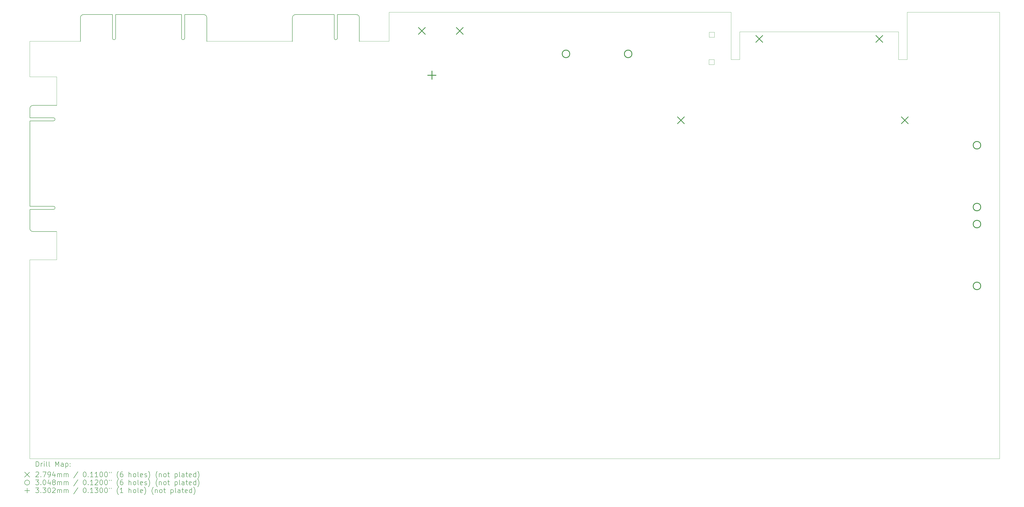
<source format=gbr>
%TF.GenerationSoftware,KiCad,Pcbnew,8.0.3*%
%TF.CreationDate,2024-06-16T18:13:16+02:00*%
%TF.ProjectId,cbm_ultipet_v1,63626d5f-756c-4746-9970-65745f76312e,rev?*%
%TF.SameCoordinates,Original*%
%TF.FileFunction,Drillmap*%
%TF.FilePolarity,Positive*%
%FSLAX45Y45*%
G04 Gerber Fmt 4.5, Leading zero omitted, Abs format (unit mm)*
G04 Created by KiCad (PCBNEW 8.0.3) date 2024-06-16 18:13:16*
%MOMM*%
%LPD*%
G01*
G04 APERTURE LIST*
%ADD10C,0.100000*%
%ADD11C,0.050000*%
%ADD12C,0.127000*%
%ADD13C,0.200000*%
%ADD14C,0.279400*%
%ADD15C,0.304800*%
%ADD16C,0.330200*%
G04 APERTURE END LIST*
D10*
X36861750Y-4191000D02*
X40576500Y-4191000D01*
X29781500Y-4191000D02*
X29781500Y-6096000D01*
X16033750Y-5365750D02*
X16033750Y-4191000D01*
D11*
X2667000Y-13023831D02*
X2667000Y-14160500D01*
D10*
X40576500Y-22167569D02*
X1587500Y-22167569D01*
D11*
X1587500Y-14160500D02*
X1587500Y-22161500D01*
D10*
X16033750Y-4191000D02*
X29781500Y-4191000D01*
X36512500Y-6096000D02*
X36861750Y-6096000D01*
X40576500Y-4191000D02*
X40576500Y-22161500D01*
D11*
X1584748Y-5365750D02*
X1584748Y-6794500D01*
D10*
X8705000Y-5365750D02*
X12148000Y-5365750D01*
D11*
X2667000Y-14160500D02*
X1587500Y-14160500D01*
D10*
X30130750Y-6096000D02*
X30130750Y-4984750D01*
X14839400Y-5365750D02*
X16033750Y-5365750D01*
X36291520Y-4984500D02*
X36512500Y-4984500D01*
D11*
X2667000Y-7950200D02*
X2667000Y-6794500D01*
X2667000Y-6794500D02*
X1585289Y-6794500D01*
D10*
X36512500Y-4984750D02*
X36512500Y-6096000D01*
X30130750Y-4984750D02*
X30353000Y-4984750D01*
X36861750Y-6093200D02*
X36861750Y-4191000D01*
X29781500Y-6096000D02*
X30130750Y-6096000D01*
X1587500Y-5365750D02*
X3624950Y-5365750D01*
D11*
X29103983Y-6100141D02*
X28893983Y-6100141D01*
X28893983Y-6300141D01*
X29103983Y-6300141D01*
X29103983Y-6100141D01*
X29108983Y-5000141D02*
X28898983Y-5000141D01*
X28898983Y-5200141D01*
X29108983Y-5200141D01*
X29108983Y-5000141D01*
D12*
X12147356Y-4415375D02*
X12147356Y-5367875D01*
X13826296Y-4288375D02*
X12274356Y-4288375D01*
X13826296Y-4288375D02*
X13826296Y-5240875D01*
X13953296Y-4288375D02*
X13953296Y-5240875D01*
X14712756Y-4288375D02*
X13953296Y-4288375D01*
X14839756Y-5367875D02*
X14839756Y-4415375D01*
X12147356Y-4415375D02*
G75*
G02*
X12274356Y-4288375I127000J0D01*
G01*
X13889796Y-5304375D02*
G75*
G02*
X13826296Y-5240875I0J63500D01*
G01*
X13953296Y-5240875D02*
G75*
G02*
X13889796Y-5304375I-63500J0D01*
G01*
X14712756Y-4288375D02*
G75*
G02*
X14839756Y-4415375I0J-127000D01*
G01*
D11*
X36291520Y-4982210D02*
X30353000Y-4982210D01*
D12*
X1590588Y-8074421D02*
X1590588Y-8442722D01*
X1590588Y-8442722D02*
X2543088Y-8442722D01*
X1590588Y-8569722D02*
X1590588Y-12008881D01*
X1590588Y-8569722D02*
X2543088Y-8569722D01*
X1590588Y-12008881D02*
X2543088Y-12008881D01*
X1590588Y-12135881D02*
X1590588Y-12900421D01*
X1590588Y-12135881D02*
X2543088Y-12135881D01*
X1717588Y-13027421D02*
X2670088Y-13027421D01*
X2670088Y-7947421D02*
X1717588Y-7947421D01*
X1590588Y-8074421D02*
G75*
G02*
X1717588Y-7947421I127000J0D01*
G01*
X1717588Y-13027421D02*
G75*
G02*
X1590588Y-12900421I0J127000D01*
G01*
X2543088Y-8442722D02*
G75*
G02*
X2606588Y-8506222I0J-63500D01*
G01*
X2543088Y-12008881D02*
G75*
G02*
X2606588Y-12072381I0J-63500D01*
G01*
X2606588Y-8506222D02*
G75*
G02*
X2543088Y-8569722I-63500J0D01*
G01*
X2606588Y-12072381D02*
G75*
G02*
X2543088Y-12135881I-63500J0D01*
G01*
X3624975Y-4415175D02*
X3624975Y-5367675D01*
X4912755Y-4288175D02*
X3751975Y-4288175D01*
X4912755Y-4288175D02*
X4912755Y-5240675D01*
X5039755Y-4288175D02*
X5039755Y-5240675D01*
X7686435Y-4288175D02*
X5039755Y-4288175D01*
X7686435Y-4288175D02*
X7686435Y-5240675D01*
X7813435Y-4288175D02*
X7813435Y-5240675D01*
X8577975Y-4288175D02*
X7813435Y-4288175D01*
X8704975Y-5367675D02*
X8704975Y-4415175D01*
X3624975Y-4415175D02*
G75*
G02*
X3751975Y-4288175I127000J0D01*
G01*
X4976255Y-5304175D02*
G75*
G02*
X4912755Y-5240675I0J63500D01*
G01*
X5039755Y-5240675D02*
G75*
G02*
X4976255Y-5304175I-63500J0D01*
G01*
X7749935Y-5304175D02*
G75*
G02*
X7686435Y-5240675I0J63500D01*
G01*
X7813435Y-5240675D02*
G75*
G02*
X7749935Y-5304175I-63500J0D01*
G01*
X8577975Y-4288175D02*
G75*
G02*
X8704975Y-4415175I0J-127000D01*
G01*
D13*
D14*
X17205531Y-4800282D02*
X17484931Y-5079682D01*
X17484931Y-4800282D02*
X17205531Y-5079682D01*
X18729531Y-4800282D02*
X19008931Y-5079682D01*
X19008931Y-4800282D02*
X18729531Y-5079682D01*
X27617420Y-8399780D02*
X27896820Y-8679180D01*
X27896820Y-8399780D02*
X27617420Y-8679180D01*
X30768920Y-5121910D02*
X31048320Y-5401310D01*
X31048320Y-5121910D02*
X30768920Y-5401310D01*
X35596200Y-5121910D02*
X35875600Y-5401310D01*
X35875600Y-5121910D02*
X35596200Y-5401310D01*
X36619180Y-8399780D02*
X36898580Y-8679180D01*
X36898580Y-8399780D02*
X36619180Y-8679180D01*
D15*
X23297238Y-5872319D02*
G75*
G02*
X22992438Y-5872319I-152400J0D01*
G01*
X22992438Y-5872319D02*
G75*
G02*
X23297238Y-5872319I152400J0D01*
G01*
X25796598Y-5872319D02*
G75*
G02*
X25491798Y-5872319I-152400J0D01*
G01*
X25491798Y-5872319D02*
G75*
G02*
X25796598Y-5872319I152400J0D01*
G01*
X39818390Y-9550400D02*
G75*
G02*
X39513590Y-9550400I-152400J0D01*
G01*
X39513590Y-9550400D02*
G75*
G02*
X39818390Y-9550400I152400J0D01*
G01*
X39818390Y-12039600D02*
G75*
G02*
X39513590Y-12039600I-152400J0D01*
G01*
X39513590Y-12039600D02*
G75*
G02*
X39818390Y-12039600I152400J0D01*
G01*
X39818390Y-12725400D02*
G75*
G02*
X39513590Y-12725400I-152400J0D01*
G01*
X39513590Y-12725400D02*
G75*
G02*
X39818390Y-12725400I152400J0D01*
G01*
X39818390Y-15214600D02*
G75*
G02*
X39513590Y-15214600I-152400J0D01*
G01*
X39513590Y-15214600D02*
G75*
G02*
X39818390Y-15214600I152400J0D01*
G01*
D16*
X17754600Y-6565900D02*
X17754600Y-6896100D01*
X17589500Y-6731000D02*
X17919700Y-6731000D01*
D13*
X1843025Y-22484053D02*
X1843025Y-22284053D01*
X1843025Y-22284053D02*
X1890644Y-22284053D01*
X1890644Y-22284053D02*
X1919215Y-22293577D01*
X1919215Y-22293577D02*
X1938263Y-22312624D01*
X1938263Y-22312624D02*
X1947787Y-22331672D01*
X1947787Y-22331672D02*
X1957311Y-22369767D01*
X1957311Y-22369767D02*
X1957311Y-22398338D01*
X1957311Y-22398338D02*
X1947787Y-22436434D01*
X1947787Y-22436434D02*
X1938263Y-22455481D01*
X1938263Y-22455481D02*
X1919215Y-22474529D01*
X1919215Y-22474529D02*
X1890644Y-22484053D01*
X1890644Y-22484053D02*
X1843025Y-22484053D01*
X2043025Y-22484053D02*
X2043025Y-22350719D01*
X2043025Y-22388815D02*
X2052549Y-22369767D01*
X2052549Y-22369767D02*
X2062073Y-22360243D01*
X2062073Y-22360243D02*
X2081120Y-22350719D01*
X2081120Y-22350719D02*
X2100168Y-22350719D01*
X2166835Y-22484053D02*
X2166835Y-22350719D01*
X2166835Y-22284053D02*
X2157311Y-22293577D01*
X2157311Y-22293577D02*
X2166835Y-22303100D01*
X2166835Y-22303100D02*
X2176358Y-22293577D01*
X2176358Y-22293577D02*
X2166835Y-22284053D01*
X2166835Y-22284053D02*
X2166835Y-22303100D01*
X2290644Y-22484053D02*
X2271596Y-22474529D01*
X2271596Y-22474529D02*
X2262073Y-22455481D01*
X2262073Y-22455481D02*
X2262073Y-22284053D01*
X2395406Y-22484053D02*
X2376358Y-22474529D01*
X2376358Y-22474529D02*
X2366835Y-22455481D01*
X2366835Y-22455481D02*
X2366835Y-22284053D01*
X2623977Y-22484053D02*
X2623977Y-22284053D01*
X2623977Y-22284053D02*
X2690644Y-22426910D01*
X2690644Y-22426910D02*
X2757311Y-22284053D01*
X2757311Y-22284053D02*
X2757311Y-22484053D01*
X2938263Y-22484053D02*
X2938263Y-22379291D01*
X2938263Y-22379291D02*
X2928739Y-22360243D01*
X2928739Y-22360243D02*
X2909692Y-22350719D01*
X2909692Y-22350719D02*
X2871596Y-22350719D01*
X2871596Y-22350719D02*
X2852549Y-22360243D01*
X2938263Y-22474529D02*
X2919215Y-22484053D01*
X2919215Y-22484053D02*
X2871596Y-22484053D01*
X2871596Y-22484053D02*
X2852549Y-22474529D01*
X2852549Y-22474529D02*
X2843025Y-22455481D01*
X2843025Y-22455481D02*
X2843025Y-22436434D01*
X2843025Y-22436434D02*
X2852549Y-22417386D01*
X2852549Y-22417386D02*
X2871596Y-22407862D01*
X2871596Y-22407862D02*
X2919215Y-22407862D01*
X2919215Y-22407862D02*
X2938263Y-22398338D01*
X3033501Y-22350719D02*
X3033501Y-22550719D01*
X3033501Y-22360243D02*
X3052549Y-22350719D01*
X3052549Y-22350719D02*
X3090644Y-22350719D01*
X3090644Y-22350719D02*
X3109692Y-22360243D01*
X3109692Y-22360243D02*
X3119215Y-22369767D01*
X3119215Y-22369767D02*
X3128739Y-22388815D01*
X3128739Y-22388815D02*
X3128739Y-22445957D01*
X3128739Y-22445957D02*
X3119215Y-22465005D01*
X3119215Y-22465005D02*
X3109692Y-22474529D01*
X3109692Y-22474529D02*
X3090644Y-22484053D01*
X3090644Y-22484053D02*
X3052549Y-22484053D01*
X3052549Y-22484053D02*
X3033501Y-22474529D01*
X3214454Y-22465005D02*
X3223977Y-22474529D01*
X3223977Y-22474529D02*
X3214454Y-22484053D01*
X3214454Y-22484053D02*
X3204930Y-22474529D01*
X3204930Y-22474529D02*
X3214454Y-22465005D01*
X3214454Y-22465005D02*
X3214454Y-22484053D01*
X3214454Y-22360243D02*
X3223977Y-22369767D01*
X3223977Y-22369767D02*
X3214454Y-22379291D01*
X3214454Y-22379291D02*
X3204930Y-22369767D01*
X3204930Y-22369767D02*
X3214454Y-22360243D01*
X3214454Y-22360243D02*
X3214454Y-22379291D01*
X1382248Y-22712569D02*
X1582248Y-22912569D01*
X1582248Y-22712569D02*
X1382248Y-22912569D01*
X1833501Y-22723100D02*
X1843025Y-22713576D01*
X1843025Y-22713576D02*
X1862073Y-22704053D01*
X1862073Y-22704053D02*
X1909692Y-22704053D01*
X1909692Y-22704053D02*
X1928739Y-22713576D01*
X1928739Y-22713576D02*
X1938263Y-22723100D01*
X1938263Y-22723100D02*
X1947787Y-22742148D01*
X1947787Y-22742148D02*
X1947787Y-22761195D01*
X1947787Y-22761195D02*
X1938263Y-22789767D01*
X1938263Y-22789767D02*
X1823977Y-22904053D01*
X1823977Y-22904053D02*
X1947787Y-22904053D01*
X2033501Y-22885005D02*
X2043025Y-22894529D01*
X2043025Y-22894529D02*
X2033501Y-22904053D01*
X2033501Y-22904053D02*
X2023977Y-22894529D01*
X2023977Y-22894529D02*
X2033501Y-22885005D01*
X2033501Y-22885005D02*
X2033501Y-22904053D01*
X2109692Y-22704053D02*
X2243025Y-22704053D01*
X2243025Y-22704053D02*
X2157311Y-22904053D01*
X2328739Y-22904053D02*
X2366835Y-22904053D01*
X2366835Y-22904053D02*
X2385882Y-22894529D01*
X2385882Y-22894529D02*
X2395406Y-22885005D01*
X2395406Y-22885005D02*
X2414454Y-22856434D01*
X2414454Y-22856434D02*
X2423977Y-22818338D01*
X2423977Y-22818338D02*
X2423977Y-22742148D01*
X2423977Y-22742148D02*
X2414454Y-22723100D01*
X2414454Y-22723100D02*
X2404930Y-22713576D01*
X2404930Y-22713576D02*
X2385882Y-22704053D01*
X2385882Y-22704053D02*
X2347787Y-22704053D01*
X2347787Y-22704053D02*
X2328739Y-22713576D01*
X2328739Y-22713576D02*
X2319216Y-22723100D01*
X2319216Y-22723100D02*
X2309692Y-22742148D01*
X2309692Y-22742148D02*
X2309692Y-22789767D01*
X2309692Y-22789767D02*
X2319216Y-22808815D01*
X2319216Y-22808815D02*
X2328739Y-22818338D01*
X2328739Y-22818338D02*
X2347787Y-22827862D01*
X2347787Y-22827862D02*
X2385882Y-22827862D01*
X2385882Y-22827862D02*
X2404930Y-22818338D01*
X2404930Y-22818338D02*
X2414454Y-22808815D01*
X2414454Y-22808815D02*
X2423977Y-22789767D01*
X2595406Y-22770719D02*
X2595406Y-22904053D01*
X2547787Y-22694529D02*
X2500168Y-22837386D01*
X2500168Y-22837386D02*
X2623977Y-22837386D01*
X2700168Y-22904053D02*
X2700168Y-22770719D01*
X2700168Y-22789767D02*
X2709692Y-22780243D01*
X2709692Y-22780243D02*
X2728739Y-22770719D01*
X2728739Y-22770719D02*
X2757311Y-22770719D01*
X2757311Y-22770719D02*
X2776358Y-22780243D01*
X2776358Y-22780243D02*
X2785882Y-22799291D01*
X2785882Y-22799291D02*
X2785882Y-22904053D01*
X2785882Y-22799291D02*
X2795406Y-22780243D01*
X2795406Y-22780243D02*
X2814454Y-22770719D01*
X2814454Y-22770719D02*
X2843025Y-22770719D01*
X2843025Y-22770719D02*
X2862073Y-22780243D01*
X2862073Y-22780243D02*
X2871596Y-22799291D01*
X2871596Y-22799291D02*
X2871596Y-22904053D01*
X2966835Y-22904053D02*
X2966835Y-22770719D01*
X2966835Y-22789767D02*
X2976358Y-22780243D01*
X2976358Y-22780243D02*
X2995406Y-22770719D01*
X2995406Y-22770719D02*
X3023977Y-22770719D01*
X3023977Y-22770719D02*
X3043025Y-22780243D01*
X3043025Y-22780243D02*
X3052549Y-22799291D01*
X3052549Y-22799291D02*
X3052549Y-22904053D01*
X3052549Y-22799291D02*
X3062073Y-22780243D01*
X3062073Y-22780243D02*
X3081120Y-22770719D01*
X3081120Y-22770719D02*
X3109692Y-22770719D01*
X3109692Y-22770719D02*
X3128739Y-22780243D01*
X3128739Y-22780243D02*
X3138263Y-22799291D01*
X3138263Y-22799291D02*
X3138263Y-22904053D01*
X3528739Y-22694529D02*
X3357311Y-22951672D01*
X3785882Y-22704053D02*
X3804930Y-22704053D01*
X3804930Y-22704053D02*
X3823978Y-22713576D01*
X3823978Y-22713576D02*
X3833501Y-22723100D01*
X3833501Y-22723100D02*
X3843025Y-22742148D01*
X3843025Y-22742148D02*
X3852549Y-22780243D01*
X3852549Y-22780243D02*
X3852549Y-22827862D01*
X3852549Y-22827862D02*
X3843025Y-22865957D01*
X3843025Y-22865957D02*
X3833501Y-22885005D01*
X3833501Y-22885005D02*
X3823978Y-22894529D01*
X3823978Y-22894529D02*
X3804930Y-22904053D01*
X3804930Y-22904053D02*
X3785882Y-22904053D01*
X3785882Y-22904053D02*
X3766835Y-22894529D01*
X3766835Y-22894529D02*
X3757311Y-22885005D01*
X3757311Y-22885005D02*
X3747787Y-22865957D01*
X3747787Y-22865957D02*
X3738263Y-22827862D01*
X3738263Y-22827862D02*
X3738263Y-22780243D01*
X3738263Y-22780243D02*
X3747787Y-22742148D01*
X3747787Y-22742148D02*
X3757311Y-22723100D01*
X3757311Y-22723100D02*
X3766835Y-22713576D01*
X3766835Y-22713576D02*
X3785882Y-22704053D01*
X3938263Y-22885005D02*
X3947787Y-22894529D01*
X3947787Y-22894529D02*
X3938263Y-22904053D01*
X3938263Y-22904053D02*
X3928739Y-22894529D01*
X3928739Y-22894529D02*
X3938263Y-22885005D01*
X3938263Y-22885005D02*
X3938263Y-22904053D01*
X4138263Y-22904053D02*
X4023978Y-22904053D01*
X4081120Y-22904053D02*
X4081120Y-22704053D01*
X4081120Y-22704053D02*
X4062073Y-22732624D01*
X4062073Y-22732624D02*
X4043025Y-22751672D01*
X4043025Y-22751672D02*
X4023978Y-22761195D01*
X4328740Y-22904053D02*
X4214454Y-22904053D01*
X4271597Y-22904053D02*
X4271597Y-22704053D01*
X4271597Y-22704053D02*
X4252549Y-22732624D01*
X4252549Y-22732624D02*
X4233501Y-22751672D01*
X4233501Y-22751672D02*
X4214454Y-22761195D01*
X4452549Y-22704053D02*
X4471597Y-22704053D01*
X4471597Y-22704053D02*
X4490644Y-22713576D01*
X4490644Y-22713576D02*
X4500168Y-22723100D01*
X4500168Y-22723100D02*
X4509692Y-22742148D01*
X4509692Y-22742148D02*
X4519216Y-22780243D01*
X4519216Y-22780243D02*
X4519216Y-22827862D01*
X4519216Y-22827862D02*
X4509692Y-22865957D01*
X4509692Y-22865957D02*
X4500168Y-22885005D01*
X4500168Y-22885005D02*
X4490644Y-22894529D01*
X4490644Y-22894529D02*
X4471597Y-22904053D01*
X4471597Y-22904053D02*
X4452549Y-22904053D01*
X4452549Y-22904053D02*
X4433501Y-22894529D01*
X4433501Y-22894529D02*
X4423978Y-22885005D01*
X4423978Y-22885005D02*
X4414454Y-22865957D01*
X4414454Y-22865957D02*
X4404930Y-22827862D01*
X4404930Y-22827862D02*
X4404930Y-22780243D01*
X4404930Y-22780243D02*
X4414454Y-22742148D01*
X4414454Y-22742148D02*
X4423978Y-22723100D01*
X4423978Y-22723100D02*
X4433501Y-22713576D01*
X4433501Y-22713576D02*
X4452549Y-22704053D01*
X4643025Y-22704053D02*
X4662073Y-22704053D01*
X4662073Y-22704053D02*
X4681121Y-22713576D01*
X4681121Y-22713576D02*
X4690644Y-22723100D01*
X4690644Y-22723100D02*
X4700168Y-22742148D01*
X4700168Y-22742148D02*
X4709692Y-22780243D01*
X4709692Y-22780243D02*
X4709692Y-22827862D01*
X4709692Y-22827862D02*
X4700168Y-22865957D01*
X4700168Y-22865957D02*
X4690644Y-22885005D01*
X4690644Y-22885005D02*
X4681121Y-22894529D01*
X4681121Y-22894529D02*
X4662073Y-22904053D01*
X4662073Y-22904053D02*
X4643025Y-22904053D01*
X4643025Y-22904053D02*
X4623978Y-22894529D01*
X4623978Y-22894529D02*
X4614454Y-22885005D01*
X4614454Y-22885005D02*
X4604930Y-22865957D01*
X4604930Y-22865957D02*
X4595406Y-22827862D01*
X4595406Y-22827862D02*
X4595406Y-22780243D01*
X4595406Y-22780243D02*
X4604930Y-22742148D01*
X4604930Y-22742148D02*
X4614454Y-22723100D01*
X4614454Y-22723100D02*
X4623978Y-22713576D01*
X4623978Y-22713576D02*
X4643025Y-22704053D01*
X4785882Y-22704053D02*
X4785882Y-22742148D01*
X4862073Y-22704053D02*
X4862073Y-22742148D01*
X5157311Y-22980243D02*
X5147787Y-22970719D01*
X5147787Y-22970719D02*
X5128740Y-22942148D01*
X5128740Y-22942148D02*
X5119216Y-22923100D01*
X5119216Y-22923100D02*
X5109692Y-22894529D01*
X5109692Y-22894529D02*
X5100168Y-22846910D01*
X5100168Y-22846910D02*
X5100168Y-22808815D01*
X5100168Y-22808815D02*
X5109692Y-22761195D01*
X5109692Y-22761195D02*
X5119216Y-22732624D01*
X5119216Y-22732624D02*
X5128740Y-22713576D01*
X5128740Y-22713576D02*
X5147787Y-22685005D01*
X5147787Y-22685005D02*
X5157311Y-22675481D01*
X5319216Y-22704053D02*
X5281121Y-22704053D01*
X5281121Y-22704053D02*
X5262073Y-22713576D01*
X5262073Y-22713576D02*
X5252549Y-22723100D01*
X5252549Y-22723100D02*
X5233502Y-22751672D01*
X5233502Y-22751672D02*
X5223978Y-22789767D01*
X5223978Y-22789767D02*
X5223978Y-22865957D01*
X5223978Y-22865957D02*
X5233502Y-22885005D01*
X5233502Y-22885005D02*
X5243025Y-22894529D01*
X5243025Y-22894529D02*
X5262073Y-22904053D01*
X5262073Y-22904053D02*
X5300168Y-22904053D01*
X5300168Y-22904053D02*
X5319216Y-22894529D01*
X5319216Y-22894529D02*
X5328740Y-22885005D01*
X5328740Y-22885005D02*
X5338263Y-22865957D01*
X5338263Y-22865957D02*
X5338263Y-22818338D01*
X5338263Y-22818338D02*
X5328740Y-22799291D01*
X5328740Y-22799291D02*
X5319216Y-22789767D01*
X5319216Y-22789767D02*
X5300168Y-22780243D01*
X5300168Y-22780243D02*
X5262073Y-22780243D01*
X5262073Y-22780243D02*
X5243025Y-22789767D01*
X5243025Y-22789767D02*
X5233502Y-22799291D01*
X5233502Y-22799291D02*
X5223978Y-22818338D01*
X5576359Y-22904053D02*
X5576359Y-22704053D01*
X5662073Y-22904053D02*
X5662073Y-22799291D01*
X5662073Y-22799291D02*
X5652549Y-22780243D01*
X5652549Y-22780243D02*
X5633502Y-22770719D01*
X5633502Y-22770719D02*
X5604930Y-22770719D01*
X5604930Y-22770719D02*
X5585883Y-22780243D01*
X5585883Y-22780243D02*
X5576359Y-22789767D01*
X5785882Y-22904053D02*
X5766835Y-22894529D01*
X5766835Y-22894529D02*
X5757311Y-22885005D01*
X5757311Y-22885005D02*
X5747787Y-22865957D01*
X5747787Y-22865957D02*
X5747787Y-22808815D01*
X5747787Y-22808815D02*
X5757311Y-22789767D01*
X5757311Y-22789767D02*
X5766835Y-22780243D01*
X5766835Y-22780243D02*
X5785882Y-22770719D01*
X5785882Y-22770719D02*
X5814454Y-22770719D01*
X5814454Y-22770719D02*
X5833502Y-22780243D01*
X5833502Y-22780243D02*
X5843025Y-22789767D01*
X5843025Y-22789767D02*
X5852549Y-22808815D01*
X5852549Y-22808815D02*
X5852549Y-22865957D01*
X5852549Y-22865957D02*
X5843025Y-22885005D01*
X5843025Y-22885005D02*
X5833502Y-22894529D01*
X5833502Y-22894529D02*
X5814454Y-22904053D01*
X5814454Y-22904053D02*
X5785882Y-22904053D01*
X5966835Y-22904053D02*
X5947787Y-22894529D01*
X5947787Y-22894529D02*
X5938263Y-22875481D01*
X5938263Y-22875481D02*
X5938263Y-22704053D01*
X6119216Y-22894529D02*
X6100168Y-22904053D01*
X6100168Y-22904053D02*
X6062073Y-22904053D01*
X6062073Y-22904053D02*
X6043025Y-22894529D01*
X6043025Y-22894529D02*
X6033502Y-22875481D01*
X6033502Y-22875481D02*
X6033502Y-22799291D01*
X6033502Y-22799291D02*
X6043025Y-22780243D01*
X6043025Y-22780243D02*
X6062073Y-22770719D01*
X6062073Y-22770719D02*
X6100168Y-22770719D01*
X6100168Y-22770719D02*
X6119216Y-22780243D01*
X6119216Y-22780243D02*
X6128740Y-22799291D01*
X6128740Y-22799291D02*
X6128740Y-22818338D01*
X6128740Y-22818338D02*
X6033502Y-22837386D01*
X6204930Y-22894529D02*
X6223978Y-22904053D01*
X6223978Y-22904053D02*
X6262073Y-22904053D01*
X6262073Y-22904053D02*
X6281121Y-22894529D01*
X6281121Y-22894529D02*
X6290644Y-22875481D01*
X6290644Y-22875481D02*
X6290644Y-22865957D01*
X6290644Y-22865957D02*
X6281121Y-22846910D01*
X6281121Y-22846910D02*
X6262073Y-22837386D01*
X6262073Y-22837386D02*
X6233502Y-22837386D01*
X6233502Y-22837386D02*
X6214454Y-22827862D01*
X6214454Y-22827862D02*
X6204930Y-22808815D01*
X6204930Y-22808815D02*
X6204930Y-22799291D01*
X6204930Y-22799291D02*
X6214454Y-22780243D01*
X6214454Y-22780243D02*
X6233502Y-22770719D01*
X6233502Y-22770719D02*
X6262073Y-22770719D01*
X6262073Y-22770719D02*
X6281121Y-22780243D01*
X6357311Y-22980243D02*
X6366835Y-22970719D01*
X6366835Y-22970719D02*
X6385883Y-22942148D01*
X6385883Y-22942148D02*
X6395406Y-22923100D01*
X6395406Y-22923100D02*
X6404930Y-22894529D01*
X6404930Y-22894529D02*
X6414454Y-22846910D01*
X6414454Y-22846910D02*
X6414454Y-22808815D01*
X6414454Y-22808815D02*
X6404930Y-22761195D01*
X6404930Y-22761195D02*
X6395406Y-22732624D01*
X6395406Y-22732624D02*
X6385883Y-22713576D01*
X6385883Y-22713576D02*
X6366835Y-22685005D01*
X6366835Y-22685005D02*
X6357311Y-22675481D01*
X6719216Y-22980243D02*
X6709692Y-22970719D01*
X6709692Y-22970719D02*
X6690644Y-22942148D01*
X6690644Y-22942148D02*
X6681121Y-22923100D01*
X6681121Y-22923100D02*
X6671597Y-22894529D01*
X6671597Y-22894529D02*
X6662073Y-22846910D01*
X6662073Y-22846910D02*
X6662073Y-22808815D01*
X6662073Y-22808815D02*
X6671597Y-22761195D01*
X6671597Y-22761195D02*
X6681121Y-22732624D01*
X6681121Y-22732624D02*
X6690644Y-22713576D01*
X6690644Y-22713576D02*
X6709692Y-22685005D01*
X6709692Y-22685005D02*
X6719216Y-22675481D01*
X6795406Y-22770719D02*
X6795406Y-22904053D01*
X6795406Y-22789767D02*
X6804930Y-22780243D01*
X6804930Y-22780243D02*
X6823978Y-22770719D01*
X6823978Y-22770719D02*
X6852549Y-22770719D01*
X6852549Y-22770719D02*
X6871597Y-22780243D01*
X6871597Y-22780243D02*
X6881121Y-22799291D01*
X6881121Y-22799291D02*
X6881121Y-22904053D01*
X7004930Y-22904053D02*
X6985883Y-22894529D01*
X6985883Y-22894529D02*
X6976359Y-22885005D01*
X6976359Y-22885005D02*
X6966835Y-22865957D01*
X6966835Y-22865957D02*
X6966835Y-22808815D01*
X6966835Y-22808815D02*
X6976359Y-22789767D01*
X6976359Y-22789767D02*
X6985883Y-22780243D01*
X6985883Y-22780243D02*
X7004930Y-22770719D01*
X7004930Y-22770719D02*
X7033502Y-22770719D01*
X7033502Y-22770719D02*
X7052549Y-22780243D01*
X7052549Y-22780243D02*
X7062073Y-22789767D01*
X7062073Y-22789767D02*
X7071597Y-22808815D01*
X7071597Y-22808815D02*
X7071597Y-22865957D01*
X7071597Y-22865957D02*
X7062073Y-22885005D01*
X7062073Y-22885005D02*
X7052549Y-22894529D01*
X7052549Y-22894529D02*
X7033502Y-22904053D01*
X7033502Y-22904053D02*
X7004930Y-22904053D01*
X7128740Y-22770719D02*
X7204930Y-22770719D01*
X7157311Y-22704053D02*
X7157311Y-22875481D01*
X7157311Y-22875481D02*
X7166835Y-22894529D01*
X7166835Y-22894529D02*
X7185883Y-22904053D01*
X7185883Y-22904053D02*
X7204930Y-22904053D01*
X7423978Y-22770719D02*
X7423978Y-22970719D01*
X7423978Y-22780243D02*
X7443025Y-22770719D01*
X7443025Y-22770719D02*
X7481121Y-22770719D01*
X7481121Y-22770719D02*
X7500168Y-22780243D01*
X7500168Y-22780243D02*
X7509692Y-22789767D01*
X7509692Y-22789767D02*
X7519216Y-22808815D01*
X7519216Y-22808815D02*
X7519216Y-22865957D01*
X7519216Y-22865957D02*
X7509692Y-22885005D01*
X7509692Y-22885005D02*
X7500168Y-22894529D01*
X7500168Y-22894529D02*
X7481121Y-22904053D01*
X7481121Y-22904053D02*
X7443025Y-22904053D01*
X7443025Y-22904053D02*
X7423978Y-22894529D01*
X7633502Y-22904053D02*
X7614454Y-22894529D01*
X7614454Y-22894529D02*
X7604930Y-22875481D01*
X7604930Y-22875481D02*
X7604930Y-22704053D01*
X7795406Y-22904053D02*
X7795406Y-22799291D01*
X7795406Y-22799291D02*
X7785883Y-22780243D01*
X7785883Y-22780243D02*
X7766835Y-22770719D01*
X7766835Y-22770719D02*
X7728740Y-22770719D01*
X7728740Y-22770719D02*
X7709692Y-22780243D01*
X7795406Y-22894529D02*
X7776359Y-22904053D01*
X7776359Y-22904053D02*
X7728740Y-22904053D01*
X7728740Y-22904053D02*
X7709692Y-22894529D01*
X7709692Y-22894529D02*
X7700168Y-22875481D01*
X7700168Y-22875481D02*
X7700168Y-22856434D01*
X7700168Y-22856434D02*
X7709692Y-22837386D01*
X7709692Y-22837386D02*
X7728740Y-22827862D01*
X7728740Y-22827862D02*
X7776359Y-22827862D01*
X7776359Y-22827862D02*
X7795406Y-22818338D01*
X7862073Y-22770719D02*
X7938264Y-22770719D01*
X7890645Y-22704053D02*
X7890645Y-22875481D01*
X7890645Y-22875481D02*
X7900168Y-22894529D01*
X7900168Y-22894529D02*
X7919216Y-22904053D01*
X7919216Y-22904053D02*
X7938264Y-22904053D01*
X8081121Y-22894529D02*
X8062073Y-22904053D01*
X8062073Y-22904053D02*
X8023978Y-22904053D01*
X8023978Y-22904053D02*
X8004930Y-22894529D01*
X8004930Y-22894529D02*
X7995406Y-22875481D01*
X7995406Y-22875481D02*
X7995406Y-22799291D01*
X7995406Y-22799291D02*
X8004930Y-22780243D01*
X8004930Y-22780243D02*
X8023978Y-22770719D01*
X8023978Y-22770719D02*
X8062073Y-22770719D01*
X8062073Y-22770719D02*
X8081121Y-22780243D01*
X8081121Y-22780243D02*
X8090645Y-22799291D01*
X8090645Y-22799291D02*
X8090645Y-22818338D01*
X8090645Y-22818338D02*
X7995406Y-22837386D01*
X8262073Y-22904053D02*
X8262073Y-22704053D01*
X8262073Y-22894529D02*
X8243026Y-22904053D01*
X8243026Y-22904053D02*
X8204930Y-22904053D01*
X8204930Y-22904053D02*
X8185883Y-22894529D01*
X8185883Y-22894529D02*
X8176359Y-22885005D01*
X8176359Y-22885005D02*
X8166835Y-22865957D01*
X8166835Y-22865957D02*
X8166835Y-22808815D01*
X8166835Y-22808815D02*
X8176359Y-22789767D01*
X8176359Y-22789767D02*
X8185883Y-22780243D01*
X8185883Y-22780243D02*
X8204930Y-22770719D01*
X8204930Y-22770719D02*
X8243026Y-22770719D01*
X8243026Y-22770719D02*
X8262073Y-22780243D01*
X8338264Y-22980243D02*
X8347787Y-22970719D01*
X8347787Y-22970719D02*
X8366835Y-22942148D01*
X8366835Y-22942148D02*
X8376359Y-22923100D01*
X8376359Y-22923100D02*
X8385883Y-22894529D01*
X8385883Y-22894529D02*
X8395407Y-22846910D01*
X8395407Y-22846910D02*
X8395407Y-22808815D01*
X8395407Y-22808815D02*
X8385883Y-22761195D01*
X8385883Y-22761195D02*
X8376359Y-22732624D01*
X8376359Y-22732624D02*
X8366835Y-22713576D01*
X8366835Y-22713576D02*
X8347787Y-22685005D01*
X8347787Y-22685005D02*
X8338264Y-22675481D01*
X1582248Y-23132569D02*
G75*
G02*
X1382248Y-23132569I-100000J0D01*
G01*
X1382248Y-23132569D02*
G75*
G02*
X1582248Y-23132569I100000J0D01*
G01*
X1823977Y-23024053D02*
X1947787Y-23024053D01*
X1947787Y-23024053D02*
X1881120Y-23100243D01*
X1881120Y-23100243D02*
X1909692Y-23100243D01*
X1909692Y-23100243D02*
X1928739Y-23109767D01*
X1928739Y-23109767D02*
X1938263Y-23119291D01*
X1938263Y-23119291D02*
X1947787Y-23138338D01*
X1947787Y-23138338D02*
X1947787Y-23185957D01*
X1947787Y-23185957D02*
X1938263Y-23205005D01*
X1938263Y-23205005D02*
X1928739Y-23214529D01*
X1928739Y-23214529D02*
X1909692Y-23224053D01*
X1909692Y-23224053D02*
X1852549Y-23224053D01*
X1852549Y-23224053D02*
X1833501Y-23214529D01*
X1833501Y-23214529D02*
X1823977Y-23205005D01*
X2033501Y-23205005D02*
X2043025Y-23214529D01*
X2043025Y-23214529D02*
X2033501Y-23224053D01*
X2033501Y-23224053D02*
X2023977Y-23214529D01*
X2023977Y-23214529D02*
X2033501Y-23205005D01*
X2033501Y-23205005D02*
X2033501Y-23224053D01*
X2166835Y-23024053D02*
X2185882Y-23024053D01*
X2185882Y-23024053D02*
X2204930Y-23033576D01*
X2204930Y-23033576D02*
X2214454Y-23043100D01*
X2214454Y-23043100D02*
X2223977Y-23062148D01*
X2223977Y-23062148D02*
X2233501Y-23100243D01*
X2233501Y-23100243D02*
X2233501Y-23147862D01*
X2233501Y-23147862D02*
X2223977Y-23185957D01*
X2223977Y-23185957D02*
X2214454Y-23205005D01*
X2214454Y-23205005D02*
X2204930Y-23214529D01*
X2204930Y-23214529D02*
X2185882Y-23224053D01*
X2185882Y-23224053D02*
X2166835Y-23224053D01*
X2166835Y-23224053D02*
X2147787Y-23214529D01*
X2147787Y-23214529D02*
X2138263Y-23205005D01*
X2138263Y-23205005D02*
X2128739Y-23185957D01*
X2128739Y-23185957D02*
X2119216Y-23147862D01*
X2119216Y-23147862D02*
X2119216Y-23100243D01*
X2119216Y-23100243D02*
X2128739Y-23062148D01*
X2128739Y-23062148D02*
X2138263Y-23043100D01*
X2138263Y-23043100D02*
X2147787Y-23033576D01*
X2147787Y-23033576D02*
X2166835Y-23024053D01*
X2404930Y-23090719D02*
X2404930Y-23224053D01*
X2357311Y-23014529D02*
X2309692Y-23157386D01*
X2309692Y-23157386D02*
X2433501Y-23157386D01*
X2538263Y-23109767D02*
X2519216Y-23100243D01*
X2519216Y-23100243D02*
X2509692Y-23090719D01*
X2509692Y-23090719D02*
X2500168Y-23071672D01*
X2500168Y-23071672D02*
X2500168Y-23062148D01*
X2500168Y-23062148D02*
X2509692Y-23043100D01*
X2509692Y-23043100D02*
X2519216Y-23033576D01*
X2519216Y-23033576D02*
X2538263Y-23024053D01*
X2538263Y-23024053D02*
X2576358Y-23024053D01*
X2576358Y-23024053D02*
X2595406Y-23033576D01*
X2595406Y-23033576D02*
X2604930Y-23043100D01*
X2604930Y-23043100D02*
X2614454Y-23062148D01*
X2614454Y-23062148D02*
X2614454Y-23071672D01*
X2614454Y-23071672D02*
X2604930Y-23090719D01*
X2604930Y-23090719D02*
X2595406Y-23100243D01*
X2595406Y-23100243D02*
X2576358Y-23109767D01*
X2576358Y-23109767D02*
X2538263Y-23109767D01*
X2538263Y-23109767D02*
X2519216Y-23119291D01*
X2519216Y-23119291D02*
X2509692Y-23128815D01*
X2509692Y-23128815D02*
X2500168Y-23147862D01*
X2500168Y-23147862D02*
X2500168Y-23185957D01*
X2500168Y-23185957D02*
X2509692Y-23205005D01*
X2509692Y-23205005D02*
X2519216Y-23214529D01*
X2519216Y-23214529D02*
X2538263Y-23224053D01*
X2538263Y-23224053D02*
X2576358Y-23224053D01*
X2576358Y-23224053D02*
X2595406Y-23214529D01*
X2595406Y-23214529D02*
X2604930Y-23205005D01*
X2604930Y-23205005D02*
X2614454Y-23185957D01*
X2614454Y-23185957D02*
X2614454Y-23147862D01*
X2614454Y-23147862D02*
X2604930Y-23128815D01*
X2604930Y-23128815D02*
X2595406Y-23119291D01*
X2595406Y-23119291D02*
X2576358Y-23109767D01*
X2700168Y-23224053D02*
X2700168Y-23090719D01*
X2700168Y-23109767D02*
X2709692Y-23100243D01*
X2709692Y-23100243D02*
X2728739Y-23090719D01*
X2728739Y-23090719D02*
X2757311Y-23090719D01*
X2757311Y-23090719D02*
X2776358Y-23100243D01*
X2776358Y-23100243D02*
X2785882Y-23119291D01*
X2785882Y-23119291D02*
X2785882Y-23224053D01*
X2785882Y-23119291D02*
X2795406Y-23100243D01*
X2795406Y-23100243D02*
X2814454Y-23090719D01*
X2814454Y-23090719D02*
X2843025Y-23090719D01*
X2843025Y-23090719D02*
X2862073Y-23100243D01*
X2862073Y-23100243D02*
X2871596Y-23119291D01*
X2871596Y-23119291D02*
X2871596Y-23224053D01*
X2966835Y-23224053D02*
X2966835Y-23090719D01*
X2966835Y-23109767D02*
X2976358Y-23100243D01*
X2976358Y-23100243D02*
X2995406Y-23090719D01*
X2995406Y-23090719D02*
X3023977Y-23090719D01*
X3023977Y-23090719D02*
X3043025Y-23100243D01*
X3043025Y-23100243D02*
X3052549Y-23119291D01*
X3052549Y-23119291D02*
X3052549Y-23224053D01*
X3052549Y-23119291D02*
X3062073Y-23100243D01*
X3062073Y-23100243D02*
X3081120Y-23090719D01*
X3081120Y-23090719D02*
X3109692Y-23090719D01*
X3109692Y-23090719D02*
X3128739Y-23100243D01*
X3128739Y-23100243D02*
X3138263Y-23119291D01*
X3138263Y-23119291D02*
X3138263Y-23224053D01*
X3528739Y-23014529D02*
X3357311Y-23271672D01*
X3785882Y-23024053D02*
X3804930Y-23024053D01*
X3804930Y-23024053D02*
X3823978Y-23033576D01*
X3823978Y-23033576D02*
X3833501Y-23043100D01*
X3833501Y-23043100D02*
X3843025Y-23062148D01*
X3843025Y-23062148D02*
X3852549Y-23100243D01*
X3852549Y-23100243D02*
X3852549Y-23147862D01*
X3852549Y-23147862D02*
X3843025Y-23185957D01*
X3843025Y-23185957D02*
X3833501Y-23205005D01*
X3833501Y-23205005D02*
X3823978Y-23214529D01*
X3823978Y-23214529D02*
X3804930Y-23224053D01*
X3804930Y-23224053D02*
X3785882Y-23224053D01*
X3785882Y-23224053D02*
X3766835Y-23214529D01*
X3766835Y-23214529D02*
X3757311Y-23205005D01*
X3757311Y-23205005D02*
X3747787Y-23185957D01*
X3747787Y-23185957D02*
X3738263Y-23147862D01*
X3738263Y-23147862D02*
X3738263Y-23100243D01*
X3738263Y-23100243D02*
X3747787Y-23062148D01*
X3747787Y-23062148D02*
X3757311Y-23043100D01*
X3757311Y-23043100D02*
X3766835Y-23033576D01*
X3766835Y-23033576D02*
X3785882Y-23024053D01*
X3938263Y-23205005D02*
X3947787Y-23214529D01*
X3947787Y-23214529D02*
X3938263Y-23224053D01*
X3938263Y-23224053D02*
X3928739Y-23214529D01*
X3928739Y-23214529D02*
X3938263Y-23205005D01*
X3938263Y-23205005D02*
X3938263Y-23224053D01*
X4138263Y-23224053D02*
X4023978Y-23224053D01*
X4081120Y-23224053D02*
X4081120Y-23024053D01*
X4081120Y-23024053D02*
X4062073Y-23052624D01*
X4062073Y-23052624D02*
X4043025Y-23071672D01*
X4043025Y-23071672D02*
X4023978Y-23081195D01*
X4214454Y-23043100D02*
X4223978Y-23033576D01*
X4223978Y-23033576D02*
X4243025Y-23024053D01*
X4243025Y-23024053D02*
X4290644Y-23024053D01*
X4290644Y-23024053D02*
X4309692Y-23033576D01*
X4309692Y-23033576D02*
X4319216Y-23043100D01*
X4319216Y-23043100D02*
X4328740Y-23062148D01*
X4328740Y-23062148D02*
X4328740Y-23081195D01*
X4328740Y-23081195D02*
X4319216Y-23109767D01*
X4319216Y-23109767D02*
X4204930Y-23224053D01*
X4204930Y-23224053D02*
X4328740Y-23224053D01*
X4452549Y-23024053D02*
X4471597Y-23024053D01*
X4471597Y-23024053D02*
X4490644Y-23033576D01*
X4490644Y-23033576D02*
X4500168Y-23043100D01*
X4500168Y-23043100D02*
X4509692Y-23062148D01*
X4509692Y-23062148D02*
X4519216Y-23100243D01*
X4519216Y-23100243D02*
X4519216Y-23147862D01*
X4519216Y-23147862D02*
X4509692Y-23185957D01*
X4509692Y-23185957D02*
X4500168Y-23205005D01*
X4500168Y-23205005D02*
X4490644Y-23214529D01*
X4490644Y-23214529D02*
X4471597Y-23224053D01*
X4471597Y-23224053D02*
X4452549Y-23224053D01*
X4452549Y-23224053D02*
X4433501Y-23214529D01*
X4433501Y-23214529D02*
X4423978Y-23205005D01*
X4423978Y-23205005D02*
X4414454Y-23185957D01*
X4414454Y-23185957D02*
X4404930Y-23147862D01*
X4404930Y-23147862D02*
X4404930Y-23100243D01*
X4404930Y-23100243D02*
X4414454Y-23062148D01*
X4414454Y-23062148D02*
X4423978Y-23043100D01*
X4423978Y-23043100D02*
X4433501Y-23033576D01*
X4433501Y-23033576D02*
X4452549Y-23024053D01*
X4643025Y-23024053D02*
X4662073Y-23024053D01*
X4662073Y-23024053D02*
X4681121Y-23033576D01*
X4681121Y-23033576D02*
X4690644Y-23043100D01*
X4690644Y-23043100D02*
X4700168Y-23062148D01*
X4700168Y-23062148D02*
X4709692Y-23100243D01*
X4709692Y-23100243D02*
X4709692Y-23147862D01*
X4709692Y-23147862D02*
X4700168Y-23185957D01*
X4700168Y-23185957D02*
X4690644Y-23205005D01*
X4690644Y-23205005D02*
X4681121Y-23214529D01*
X4681121Y-23214529D02*
X4662073Y-23224053D01*
X4662073Y-23224053D02*
X4643025Y-23224053D01*
X4643025Y-23224053D02*
X4623978Y-23214529D01*
X4623978Y-23214529D02*
X4614454Y-23205005D01*
X4614454Y-23205005D02*
X4604930Y-23185957D01*
X4604930Y-23185957D02*
X4595406Y-23147862D01*
X4595406Y-23147862D02*
X4595406Y-23100243D01*
X4595406Y-23100243D02*
X4604930Y-23062148D01*
X4604930Y-23062148D02*
X4614454Y-23043100D01*
X4614454Y-23043100D02*
X4623978Y-23033576D01*
X4623978Y-23033576D02*
X4643025Y-23024053D01*
X4785882Y-23024053D02*
X4785882Y-23062148D01*
X4862073Y-23024053D02*
X4862073Y-23062148D01*
X5157311Y-23300243D02*
X5147787Y-23290719D01*
X5147787Y-23290719D02*
X5128740Y-23262148D01*
X5128740Y-23262148D02*
X5119216Y-23243100D01*
X5119216Y-23243100D02*
X5109692Y-23214529D01*
X5109692Y-23214529D02*
X5100168Y-23166910D01*
X5100168Y-23166910D02*
X5100168Y-23128815D01*
X5100168Y-23128815D02*
X5109692Y-23081195D01*
X5109692Y-23081195D02*
X5119216Y-23052624D01*
X5119216Y-23052624D02*
X5128740Y-23033576D01*
X5128740Y-23033576D02*
X5147787Y-23005005D01*
X5147787Y-23005005D02*
X5157311Y-22995481D01*
X5319216Y-23024053D02*
X5281121Y-23024053D01*
X5281121Y-23024053D02*
X5262073Y-23033576D01*
X5262073Y-23033576D02*
X5252549Y-23043100D01*
X5252549Y-23043100D02*
X5233502Y-23071672D01*
X5233502Y-23071672D02*
X5223978Y-23109767D01*
X5223978Y-23109767D02*
X5223978Y-23185957D01*
X5223978Y-23185957D02*
X5233502Y-23205005D01*
X5233502Y-23205005D02*
X5243025Y-23214529D01*
X5243025Y-23214529D02*
X5262073Y-23224053D01*
X5262073Y-23224053D02*
X5300168Y-23224053D01*
X5300168Y-23224053D02*
X5319216Y-23214529D01*
X5319216Y-23214529D02*
X5328740Y-23205005D01*
X5328740Y-23205005D02*
X5338263Y-23185957D01*
X5338263Y-23185957D02*
X5338263Y-23138338D01*
X5338263Y-23138338D02*
X5328740Y-23119291D01*
X5328740Y-23119291D02*
X5319216Y-23109767D01*
X5319216Y-23109767D02*
X5300168Y-23100243D01*
X5300168Y-23100243D02*
X5262073Y-23100243D01*
X5262073Y-23100243D02*
X5243025Y-23109767D01*
X5243025Y-23109767D02*
X5233502Y-23119291D01*
X5233502Y-23119291D02*
X5223978Y-23138338D01*
X5576359Y-23224053D02*
X5576359Y-23024053D01*
X5662073Y-23224053D02*
X5662073Y-23119291D01*
X5662073Y-23119291D02*
X5652549Y-23100243D01*
X5652549Y-23100243D02*
X5633502Y-23090719D01*
X5633502Y-23090719D02*
X5604930Y-23090719D01*
X5604930Y-23090719D02*
X5585883Y-23100243D01*
X5585883Y-23100243D02*
X5576359Y-23109767D01*
X5785882Y-23224053D02*
X5766835Y-23214529D01*
X5766835Y-23214529D02*
X5757311Y-23205005D01*
X5757311Y-23205005D02*
X5747787Y-23185957D01*
X5747787Y-23185957D02*
X5747787Y-23128815D01*
X5747787Y-23128815D02*
X5757311Y-23109767D01*
X5757311Y-23109767D02*
X5766835Y-23100243D01*
X5766835Y-23100243D02*
X5785882Y-23090719D01*
X5785882Y-23090719D02*
X5814454Y-23090719D01*
X5814454Y-23090719D02*
X5833502Y-23100243D01*
X5833502Y-23100243D02*
X5843025Y-23109767D01*
X5843025Y-23109767D02*
X5852549Y-23128815D01*
X5852549Y-23128815D02*
X5852549Y-23185957D01*
X5852549Y-23185957D02*
X5843025Y-23205005D01*
X5843025Y-23205005D02*
X5833502Y-23214529D01*
X5833502Y-23214529D02*
X5814454Y-23224053D01*
X5814454Y-23224053D02*
X5785882Y-23224053D01*
X5966835Y-23224053D02*
X5947787Y-23214529D01*
X5947787Y-23214529D02*
X5938263Y-23195481D01*
X5938263Y-23195481D02*
X5938263Y-23024053D01*
X6119216Y-23214529D02*
X6100168Y-23224053D01*
X6100168Y-23224053D02*
X6062073Y-23224053D01*
X6062073Y-23224053D02*
X6043025Y-23214529D01*
X6043025Y-23214529D02*
X6033502Y-23195481D01*
X6033502Y-23195481D02*
X6033502Y-23119291D01*
X6033502Y-23119291D02*
X6043025Y-23100243D01*
X6043025Y-23100243D02*
X6062073Y-23090719D01*
X6062073Y-23090719D02*
X6100168Y-23090719D01*
X6100168Y-23090719D02*
X6119216Y-23100243D01*
X6119216Y-23100243D02*
X6128740Y-23119291D01*
X6128740Y-23119291D02*
X6128740Y-23138338D01*
X6128740Y-23138338D02*
X6033502Y-23157386D01*
X6204930Y-23214529D02*
X6223978Y-23224053D01*
X6223978Y-23224053D02*
X6262073Y-23224053D01*
X6262073Y-23224053D02*
X6281121Y-23214529D01*
X6281121Y-23214529D02*
X6290644Y-23195481D01*
X6290644Y-23195481D02*
X6290644Y-23185957D01*
X6290644Y-23185957D02*
X6281121Y-23166910D01*
X6281121Y-23166910D02*
X6262073Y-23157386D01*
X6262073Y-23157386D02*
X6233502Y-23157386D01*
X6233502Y-23157386D02*
X6214454Y-23147862D01*
X6214454Y-23147862D02*
X6204930Y-23128815D01*
X6204930Y-23128815D02*
X6204930Y-23119291D01*
X6204930Y-23119291D02*
X6214454Y-23100243D01*
X6214454Y-23100243D02*
X6233502Y-23090719D01*
X6233502Y-23090719D02*
X6262073Y-23090719D01*
X6262073Y-23090719D02*
X6281121Y-23100243D01*
X6357311Y-23300243D02*
X6366835Y-23290719D01*
X6366835Y-23290719D02*
X6385883Y-23262148D01*
X6385883Y-23262148D02*
X6395406Y-23243100D01*
X6395406Y-23243100D02*
X6404930Y-23214529D01*
X6404930Y-23214529D02*
X6414454Y-23166910D01*
X6414454Y-23166910D02*
X6414454Y-23128815D01*
X6414454Y-23128815D02*
X6404930Y-23081195D01*
X6404930Y-23081195D02*
X6395406Y-23052624D01*
X6395406Y-23052624D02*
X6385883Y-23033576D01*
X6385883Y-23033576D02*
X6366835Y-23005005D01*
X6366835Y-23005005D02*
X6357311Y-22995481D01*
X6719216Y-23300243D02*
X6709692Y-23290719D01*
X6709692Y-23290719D02*
X6690644Y-23262148D01*
X6690644Y-23262148D02*
X6681121Y-23243100D01*
X6681121Y-23243100D02*
X6671597Y-23214529D01*
X6671597Y-23214529D02*
X6662073Y-23166910D01*
X6662073Y-23166910D02*
X6662073Y-23128815D01*
X6662073Y-23128815D02*
X6671597Y-23081195D01*
X6671597Y-23081195D02*
X6681121Y-23052624D01*
X6681121Y-23052624D02*
X6690644Y-23033576D01*
X6690644Y-23033576D02*
X6709692Y-23005005D01*
X6709692Y-23005005D02*
X6719216Y-22995481D01*
X6795406Y-23090719D02*
X6795406Y-23224053D01*
X6795406Y-23109767D02*
X6804930Y-23100243D01*
X6804930Y-23100243D02*
X6823978Y-23090719D01*
X6823978Y-23090719D02*
X6852549Y-23090719D01*
X6852549Y-23090719D02*
X6871597Y-23100243D01*
X6871597Y-23100243D02*
X6881121Y-23119291D01*
X6881121Y-23119291D02*
X6881121Y-23224053D01*
X7004930Y-23224053D02*
X6985883Y-23214529D01*
X6985883Y-23214529D02*
X6976359Y-23205005D01*
X6976359Y-23205005D02*
X6966835Y-23185957D01*
X6966835Y-23185957D02*
X6966835Y-23128815D01*
X6966835Y-23128815D02*
X6976359Y-23109767D01*
X6976359Y-23109767D02*
X6985883Y-23100243D01*
X6985883Y-23100243D02*
X7004930Y-23090719D01*
X7004930Y-23090719D02*
X7033502Y-23090719D01*
X7033502Y-23090719D02*
X7052549Y-23100243D01*
X7052549Y-23100243D02*
X7062073Y-23109767D01*
X7062073Y-23109767D02*
X7071597Y-23128815D01*
X7071597Y-23128815D02*
X7071597Y-23185957D01*
X7071597Y-23185957D02*
X7062073Y-23205005D01*
X7062073Y-23205005D02*
X7052549Y-23214529D01*
X7052549Y-23214529D02*
X7033502Y-23224053D01*
X7033502Y-23224053D02*
X7004930Y-23224053D01*
X7128740Y-23090719D02*
X7204930Y-23090719D01*
X7157311Y-23024053D02*
X7157311Y-23195481D01*
X7157311Y-23195481D02*
X7166835Y-23214529D01*
X7166835Y-23214529D02*
X7185883Y-23224053D01*
X7185883Y-23224053D02*
X7204930Y-23224053D01*
X7423978Y-23090719D02*
X7423978Y-23290719D01*
X7423978Y-23100243D02*
X7443025Y-23090719D01*
X7443025Y-23090719D02*
X7481121Y-23090719D01*
X7481121Y-23090719D02*
X7500168Y-23100243D01*
X7500168Y-23100243D02*
X7509692Y-23109767D01*
X7509692Y-23109767D02*
X7519216Y-23128815D01*
X7519216Y-23128815D02*
X7519216Y-23185957D01*
X7519216Y-23185957D02*
X7509692Y-23205005D01*
X7509692Y-23205005D02*
X7500168Y-23214529D01*
X7500168Y-23214529D02*
X7481121Y-23224053D01*
X7481121Y-23224053D02*
X7443025Y-23224053D01*
X7443025Y-23224053D02*
X7423978Y-23214529D01*
X7633502Y-23224053D02*
X7614454Y-23214529D01*
X7614454Y-23214529D02*
X7604930Y-23195481D01*
X7604930Y-23195481D02*
X7604930Y-23024053D01*
X7795406Y-23224053D02*
X7795406Y-23119291D01*
X7795406Y-23119291D02*
X7785883Y-23100243D01*
X7785883Y-23100243D02*
X7766835Y-23090719D01*
X7766835Y-23090719D02*
X7728740Y-23090719D01*
X7728740Y-23090719D02*
X7709692Y-23100243D01*
X7795406Y-23214529D02*
X7776359Y-23224053D01*
X7776359Y-23224053D02*
X7728740Y-23224053D01*
X7728740Y-23224053D02*
X7709692Y-23214529D01*
X7709692Y-23214529D02*
X7700168Y-23195481D01*
X7700168Y-23195481D02*
X7700168Y-23176434D01*
X7700168Y-23176434D02*
X7709692Y-23157386D01*
X7709692Y-23157386D02*
X7728740Y-23147862D01*
X7728740Y-23147862D02*
X7776359Y-23147862D01*
X7776359Y-23147862D02*
X7795406Y-23138338D01*
X7862073Y-23090719D02*
X7938264Y-23090719D01*
X7890645Y-23024053D02*
X7890645Y-23195481D01*
X7890645Y-23195481D02*
X7900168Y-23214529D01*
X7900168Y-23214529D02*
X7919216Y-23224053D01*
X7919216Y-23224053D02*
X7938264Y-23224053D01*
X8081121Y-23214529D02*
X8062073Y-23224053D01*
X8062073Y-23224053D02*
X8023978Y-23224053D01*
X8023978Y-23224053D02*
X8004930Y-23214529D01*
X8004930Y-23214529D02*
X7995406Y-23195481D01*
X7995406Y-23195481D02*
X7995406Y-23119291D01*
X7995406Y-23119291D02*
X8004930Y-23100243D01*
X8004930Y-23100243D02*
X8023978Y-23090719D01*
X8023978Y-23090719D02*
X8062073Y-23090719D01*
X8062073Y-23090719D02*
X8081121Y-23100243D01*
X8081121Y-23100243D02*
X8090645Y-23119291D01*
X8090645Y-23119291D02*
X8090645Y-23138338D01*
X8090645Y-23138338D02*
X7995406Y-23157386D01*
X8262073Y-23224053D02*
X8262073Y-23024053D01*
X8262073Y-23214529D02*
X8243026Y-23224053D01*
X8243026Y-23224053D02*
X8204930Y-23224053D01*
X8204930Y-23224053D02*
X8185883Y-23214529D01*
X8185883Y-23214529D02*
X8176359Y-23205005D01*
X8176359Y-23205005D02*
X8166835Y-23185957D01*
X8166835Y-23185957D02*
X8166835Y-23128815D01*
X8166835Y-23128815D02*
X8176359Y-23109767D01*
X8176359Y-23109767D02*
X8185883Y-23100243D01*
X8185883Y-23100243D02*
X8204930Y-23090719D01*
X8204930Y-23090719D02*
X8243026Y-23090719D01*
X8243026Y-23090719D02*
X8262073Y-23100243D01*
X8338264Y-23300243D02*
X8347787Y-23290719D01*
X8347787Y-23290719D02*
X8366835Y-23262148D01*
X8366835Y-23262148D02*
X8376359Y-23243100D01*
X8376359Y-23243100D02*
X8385883Y-23214529D01*
X8385883Y-23214529D02*
X8395407Y-23166910D01*
X8395407Y-23166910D02*
X8395407Y-23128815D01*
X8395407Y-23128815D02*
X8385883Y-23081195D01*
X8385883Y-23081195D02*
X8376359Y-23052624D01*
X8376359Y-23052624D02*
X8366835Y-23033576D01*
X8366835Y-23033576D02*
X8347787Y-23005005D01*
X8347787Y-23005005D02*
X8338264Y-22995481D01*
X1482248Y-23352569D02*
X1482248Y-23552569D01*
X1382248Y-23452569D02*
X1582248Y-23452569D01*
X1823977Y-23344053D02*
X1947787Y-23344053D01*
X1947787Y-23344053D02*
X1881120Y-23420243D01*
X1881120Y-23420243D02*
X1909692Y-23420243D01*
X1909692Y-23420243D02*
X1928739Y-23429767D01*
X1928739Y-23429767D02*
X1938263Y-23439291D01*
X1938263Y-23439291D02*
X1947787Y-23458338D01*
X1947787Y-23458338D02*
X1947787Y-23505957D01*
X1947787Y-23505957D02*
X1938263Y-23525005D01*
X1938263Y-23525005D02*
X1928739Y-23534529D01*
X1928739Y-23534529D02*
X1909692Y-23544053D01*
X1909692Y-23544053D02*
X1852549Y-23544053D01*
X1852549Y-23544053D02*
X1833501Y-23534529D01*
X1833501Y-23534529D02*
X1823977Y-23525005D01*
X2033501Y-23525005D02*
X2043025Y-23534529D01*
X2043025Y-23534529D02*
X2033501Y-23544053D01*
X2033501Y-23544053D02*
X2023977Y-23534529D01*
X2023977Y-23534529D02*
X2033501Y-23525005D01*
X2033501Y-23525005D02*
X2033501Y-23544053D01*
X2109692Y-23344053D02*
X2233501Y-23344053D01*
X2233501Y-23344053D02*
X2166835Y-23420243D01*
X2166835Y-23420243D02*
X2195406Y-23420243D01*
X2195406Y-23420243D02*
X2214454Y-23429767D01*
X2214454Y-23429767D02*
X2223977Y-23439291D01*
X2223977Y-23439291D02*
X2233501Y-23458338D01*
X2233501Y-23458338D02*
X2233501Y-23505957D01*
X2233501Y-23505957D02*
X2223977Y-23525005D01*
X2223977Y-23525005D02*
X2214454Y-23534529D01*
X2214454Y-23534529D02*
X2195406Y-23544053D01*
X2195406Y-23544053D02*
X2138263Y-23544053D01*
X2138263Y-23544053D02*
X2119216Y-23534529D01*
X2119216Y-23534529D02*
X2109692Y-23525005D01*
X2357311Y-23344053D02*
X2376358Y-23344053D01*
X2376358Y-23344053D02*
X2395406Y-23353576D01*
X2395406Y-23353576D02*
X2404930Y-23363100D01*
X2404930Y-23363100D02*
X2414454Y-23382148D01*
X2414454Y-23382148D02*
X2423977Y-23420243D01*
X2423977Y-23420243D02*
X2423977Y-23467862D01*
X2423977Y-23467862D02*
X2414454Y-23505957D01*
X2414454Y-23505957D02*
X2404930Y-23525005D01*
X2404930Y-23525005D02*
X2395406Y-23534529D01*
X2395406Y-23534529D02*
X2376358Y-23544053D01*
X2376358Y-23544053D02*
X2357311Y-23544053D01*
X2357311Y-23544053D02*
X2338263Y-23534529D01*
X2338263Y-23534529D02*
X2328739Y-23525005D01*
X2328739Y-23525005D02*
X2319216Y-23505957D01*
X2319216Y-23505957D02*
X2309692Y-23467862D01*
X2309692Y-23467862D02*
X2309692Y-23420243D01*
X2309692Y-23420243D02*
X2319216Y-23382148D01*
X2319216Y-23382148D02*
X2328739Y-23363100D01*
X2328739Y-23363100D02*
X2338263Y-23353576D01*
X2338263Y-23353576D02*
X2357311Y-23344053D01*
X2500168Y-23363100D02*
X2509692Y-23353576D01*
X2509692Y-23353576D02*
X2528739Y-23344053D01*
X2528739Y-23344053D02*
X2576358Y-23344053D01*
X2576358Y-23344053D02*
X2595406Y-23353576D01*
X2595406Y-23353576D02*
X2604930Y-23363100D01*
X2604930Y-23363100D02*
X2614454Y-23382148D01*
X2614454Y-23382148D02*
X2614454Y-23401195D01*
X2614454Y-23401195D02*
X2604930Y-23429767D01*
X2604930Y-23429767D02*
X2490644Y-23544053D01*
X2490644Y-23544053D02*
X2614454Y-23544053D01*
X2700168Y-23544053D02*
X2700168Y-23410719D01*
X2700168Y-23429767D02*
X2709692Y-23420243D01*
X2709692Y-23420243D02*
X2728739Y-23410719D01*
X2728739Y-23410719D02*
X2757311Y-23410719D01*
X2757311Y-23410719D02*
X2776358Y-23420243D01*
X2776358Y-23420243D02*
X2785882Y-23439291D01*
X2785882Y-23439291D02*
X2785882Y-23544053D01*
X2785882Y-23439291D02*
X2795406Y-23420243D01*
X2795406Y-23420243D02*
X2814454Y-23410719D01*
X2814454Y-23410719D02*
X2843025Y-23410719D01*
X2843025Y-23410719D02*
X2862073Y-23420243D01*
X2862073Y-23420243D02*
X2871596Y-23439291D01*
X2871596Y-23439291D02*
X2871596Y-23544053D01*
X2966835Y-23544053D02*
X2966835Y-23410719D01*
X2966835Y-23429767D02*
X2976358Y-23420243D01*
X2976358Y-23420243D02*
X2995406Y-23410719D01*
X2995406Y-23410719D02*
X3023977Y-23410719D01*
X3023977Y-23410719D02*
X3043025Y-23420243D01*
X3043025Y-23420243D02*
X3052549Y-23439291D01*
X3052549Y-23439291D02*
X3052549Y-23544053D01*
X3052549Y-23439291D02*
X3062073Y-23420243D01*
X3062073Y-23420243D02*
X3081120Y-23410719D01*
X3081120Y-23410719D02*
X3109692Y-23410719D01*
X3109692Y-23410719D02*
X3128739Y-23420243D01*
X3128739Y-23420243D02*
X3138263Y-23439291D01*
X3138263Y-23439291D02*
X3138263Y-23544053D01*
X3528739Y-23334529D02*
X3357311Y-23591672D01*
X3785882Y-23344053D02*
X3804930Y-23344053D01*
X3804930Y-23344053D02*
X3823978Y-23353576D01*
X3823978Y-23353576D02*
X3833501Y-23363100D01*
X3833501Y-23363100D02*
X3843025Y-23382148D01*
X3843025Y-23382148D02*
X3852549Y-23420243D01*
X3852549Y-23420243D02*
X3852549Y-23467862D01*
X3852549Y-23467862D02*
X3843025Y-23505957D01*
X3843025Y-23505957D02*
X3833501Y-23525005D01*
X3833501Y-23525005D02*
X3823978Y-23534529D01*
X3823978Y-23534529D02*
X3804930Y-23544053D01*
X3804930Y-23544053D02*
X3785882Y-23544053D01*
X3785882Y-23544053D02*
X3766835Y-23534529D01*
X3766835Y-23534529D02*
X3757311Y-23525005D01*
X3757311Y-23525005D02*
X3747787Y-23505957D01*
X3747787Y-23505957D02*
X3738263Y-23467862D01*
X3738263Y-23467862D02*
X3738263Y-23420243D01*
X3738263Y-23420243D02*
X3747787Y-23382148D01*
X3747787Y-23382148D02*
X3757311Y-23363100D01*
X3757311Y-23363100D02*
X3766835Y-23353576D01*
X3766835Y-23353576D02*
X3785882Y-23344053D01*
X3938263Y-23525005D02*
X3947787Y-23534529D01*
X3947787Y-23534529D02*
X3938263Y-23544053D01*
X3938263Y-23544053D02*
X3928739Y-23534529D01*
X3928739Y-23534529D02*
X3938263Y-23525005D01*
X3938263Y-23525005D02*
X3938263Y-23544053D01*
X4138263Y-23544053D02*
X4023978Y-23544053D01*
X4081120Y-23544053D02*
X4081120Y-23344053D01*
X4081120Y-23344053D02*
X4062073Y-23372624D01*
X4062073Y-23372624D02*
X4043025Y-23391672D01*
X4043025Y-23391672D02*
X4023978Y-23401195D01*
X4204930Y-23344053D02*
X4328740Y-23344053D01*
X4328740Y-23344053D02*
X4262073Y-23420243D01*
X4262073Y-23420243D02*
X4290644Y-23420243D01*
X4290644Y-23420243D02*
X4309692Y-23429767D01*
X4309692Y-23429767D02*
X4319216Y-23439291D01*
X4319216Y-23439291D02*
X4328740Y-23458338D01*
X4328740Y-23458338D02*
X4328740Y-23505957D01*
X4328740Y-23505957D02*
X4319216Y-23525005D01*
X4319216Y-23525005D02*
X4309692Y-23534529D01*
X4309692Y-23534529D02*
X4290644Y-23544053D01*
X4290644Y-23544053D02*
X4233501Y-23544053D01*
X4233501Y-23544053D02*
X4214454Y-23534529D01*
X4214454Y-23534529D02*
X4204930Y-23525005D01*
X4452549Y-23344053D02*
X4471597Y-23344053D01*
X4471597Y-23344053D02*
X4490644Y-23353576D01*
X4490644Y-23353576D02*
X4500168Y-23363100D01*
X4500168Y-23363100D02*
X4509692Y-23382148D01*
X4509692Y-23382148D02*
X4519216Y-23420243D01*
X4519216Y-23420243D02*
X4519216Y-23467862D01*
X4519216Y-23467862D02*
X4509692Y-23505957D01*
X4509692Y-23505957D02*
X4500168Y-23525005D01*
X4500168Y-23525005D02*
X4490644Y-23534529D01*
X4490644Y-23534529D02*
X4471597Y-23544053D01*
X4471597Y-23544053D02*
X4452549Y-23544053D01*
X4452549Y-23544053D02*
X4433501Y-23534529D01*
X4433501Y-23534529D02*
X4423978Y-23525005D01*
X4423978Y-23525005D02*
X4414454Y-23505957D01*
X4414454Y-23505957D02*
X4404930Y-23467862D01*
X4404930Y-23467862D02*
X4404930Y-23420243D01*
X4404930Y-23420243D02*
X4414454Y-23382148D01*
X4414454Y-23382148D02*
X4423978Y-23363100D01*
X4423978Y-23363100D02*
X4433501Y-23353576D01*
X4433501Y-23353576D02*
X4452549Y-23344053D01*
X4643025Y-23344053D02*
X4662073Y-23344053D01*
X4662073Y-23344053D02*
X4681121Y-23353576D01*
X4681121Y-23353576D02*
X4690644Y-23363100D01*
X4690644Y-23363100D02*
X4700168Y-23382148D01*
X4700168Y-23382148D02*
X4709692Y-23420243D01*
X4709692Y-23420243D02*
X4709692Y-23467862D01*
X4709692Y-23467862D02*
X4700168Y-23505957D01*
X4700168Y-23505957D02*
X4690644Y-23525005D01*
X4690644Y-23525005D02*
X4681121Y-23534529D01*
X4681121Y-23534529D02*
X4662073Y-23544053D01*
X4662073Y-23544053D02*
X4643025Y-23544053D01*
X4643025Y-23544053D02*
X4623978Y-23534529D01*
X4623978Y-23534529D02*
X4614454Y-23525005D01*
X4614454Y-23525005D02*
X4604930Y-23505957D01*
X4604930Y-23505957D02*
X4595406Y-23467862D01*
X4595406Y-23467862D02*
X4595406Y-23420243D01*
X4595406Y-23420243D02*
X4604930Y-23382148D01*
X4604930Y-23382148D02*
X4614454Y-23363100D01*
X4614454Y-23363100D02*
X4623978Y-23353576D01*
X4623978Y-23353576D02*
X4643025Y-23344053D01*
X4785882Y-23344053D02*
X4785882Y-23382148D01*
X4862073Y-23344053D02*
X4862073Y-23382148D01*
X5157311Y-23620243D02*
X5147787Y-23610719D01*
X5147787Y-23610719D02*
X5128740Y-23582148D01*
X5128740Y-23582148D02*
X5119216Y-23563100D01*
X5119216Y-23563100D02*
X5109692Y-23534529D01*
X5109692Y-23534529D02*
X5100168Y-23486910D01*
X5100168Y-23486910D02*
X5100168Y-23448815D01*
X5100168Y-23448815D02*
X5109692Y-23401195D01*
X5109692Y-23401195D02*
X5119216Y-23372624D01*
X5119216Y-23372624D02*
X5128740Y-23353576D01*
X5128740Y-23353576D02*
X5147787Y-23325005D01*
X5147787Y-23325005D02*
X5157311Y-23315481D01*
X5338263Y-23544053D02*
X5223978Y-23544053D01*
X5281121Y-23544053D02*
X5281121Y-23344053D01*
X5281121Y-23344053D02*
X5262073Y-23372624D01*
X5262073Y-23372624D02*
X5243025Y-23391672D01*
X5243025Y-23391672D02*
X5223978Y-23401195D01*
X5576359Y-23544053D02*
X5576359Y-23344053D01*
X5662073Y-23544053D02*
X5662073Y-23439291D01*
X5662073Y-23439291D02*
X5652549Y-23420243D01*
X5652549Y-23420243D02*
X5633502Y-23410719D01*
X5633502Y-23410719D02*
X5604930Y-23410719D01*
X5604930Y-23410719D02*
X5585883Y-23420243D01*
X5585883Y-23420243D02*
X5576359Y-23429767D01*
X5785882Y-23544053D02*
X5766835Y-23534529D01*
X5766835Y-23534529D02*
X5757311Y-23525005D01*
X5757311Y-23525005D02*
X5747787Y-23505957D01*
X5747787Y-23505957D02*
X5747787Y-23448815D01*
X5747787Y-23448815D02*
X5757311Y-23429767D01*
X5757311Y-23429767D02*
X5766835Y-23420243D01*
X5766835Y-23420243D02*
X5785882Y-23410719D01*
X5785882Y-23410719D02*
X5814454Y-23410719D01*
X5814454Y-23410719D02*
X5833502Y-23420243D01*
X5833502Y-23420243D02*
X5843025Y-23429767D01*
X5843025Y-23429767D02*
X5852549Y-23448815D01*
X5852549Y-23448815D02*
X5852549Y-23505957D01*
X5852549Y-23505957D02*
X5843025Y-23525005D01*
X5843025Y-23525005D02*
X5833502Y-23534529D01*
X5833502Y-23534529D02*
X5814454Y-23544053D01*
X5814454Y-23544053D02*
X5785882Y-23544053D01*
X5966835Y-23544053D02*
X5947787Y-23534529D01*
X5947787Y-23534529D02*
X5938263Y-23515481D01*
X5938263Y-23515481D02*
X5938263Y-23344053D01*
X6119216Y-23534529D02*
X6100168Y-23544053D01*
X6100168Y-23544053D02*
X6062073Y-23544053D01*
X6062073Y-23544053D02*
X6043025Y-23534529D01*
X6043025Y-23534529D02*
X6033502Y-23515481D01*
X6033502Y-23515481D02*
X6033502Y-23439291D01*
X6033502Y-23439291D02*
X6043025Y-23420243D01*
X6043025Y-23420243D02*
X6062073Y-23410719D01*
X6062073Y-23410719D02*
X6100168Y-23410719D01*
X6100168Y-23410719D02*
X6119216Y-23420243D01*
X6119216Y-23420243D02*
X6128740Y-23439291D01*
X6128740Y-23439291D02*
X6128740Y-23458338D01*
X6128740Y-23458338D02*
X6033502Y-23477386D01*
X6195406Y-23620243D02*
X6204930Y-23610719D01*
X6204930Y-23610719D02*
X6223978Y-23582148D01*
X6223978Y-23582148D02*
X6233502Y-23563100D01*
X6233502Y-23563100D02*
X6243025Y-23534529D01*
X6243025Y-23534529D02*
X6252549Y-23486910D01*
X6252549Y-23486910D02*
X6252549Y-23448815D01*
X6252549Y-23448815D02*
X6243025Y-23401195D01*
X6243025Y-23401195D02*
X6233502Y-23372624D01*
X6233502Y-23372624D02*
X6223978Y-23353576D01*
X6223978Y-23353576D02*
X6204930Y-23325005D01*
X6204930Y-23325005D02*
X6195406Y-23315481D01*
X6557311Y-23620243D02*
X6547787Y-23610719D01*
X6547787Y-23610719D02*
X6528740Y-23582148D01*
X6528740Y-23582148D02*
X6519216Y-23563100D01*
X6519216Y-23563100D02*
X6509692Y-23534529D01*
X6509692Y-23534529D02*
X6500168Y-23486910D01*
X6500168Y-23486910D02*
X6500168Y-23448815D01*
X6500168Y-23448815D02*
X6509692Y-23401195D01*
X6509692Y-23401195D02*
X6519216Y-23372624D01*
X6519216Y-23372624D02*
X6528740Y-23353576D01*
X6528740Y-23353576D02*
X6547787Y-23325005D01*
X6547787Y-23325005D02*
X6557311Y-23315481D01*
X6633502Y-23410719D02*
X6633502Y-23544053D01*
X6633502Y-23429767D02*
X6643025Y-23420243D01*
X6643025Y-23420243D02*
X6662073Y-23410719D01*
X6662073Y-23410719D02*
X6690644Y-23410719D01*
X6690644Y-23410719D02*
X6709692Y-23420243D01*
X6709692Y-23420243D02*
X6719216Y-23439291D01*
X6719216Y-23439291D02*
X6719216Y-23544053D01*
X6843025Y-23544053D02*
X6823978Y-23534529D01*
X6823978Y-23534529D02*
X6814454Y-23525005D01*
X6814454Y-23525005D02*
X6804930Y-23505957D01*
X6804930Y-23505957D02*
X6804930Y-23448815D01*
X6804930Y-23448815D02*
X6814454Y-23429767D01*
X6814454Y-23429767D02*
X6823978Y-23420243D01*
X6823978Y-23420243D02*
X6843025Y-23410719D01*
X6843025Y-23410719D02*
X6871597Y-23410719D01*
X6871597Y-23410719D02*
X6890644Y-23420243D01*
X6890644Y-23420243D02*
X6900168Y-23429767D01*
X6900168Y-23429767D02*
X6909692Y-23448815D01*
X6909692Y-23448815D02*
X6909692Y-23505957D01*
X6909692Y-23505957D02*
X6900168Y-23525005D01*
X6900168Y-23525005D02*
X6890644Y-23534529D01*
X6890644Y-23534529D02*
X6871597Y-23544053D01*
X6871597Y-23544053D02*
X6843025Y-23544053D01*
X6966835Y-23410719D02*
X7043025Y-23410719D01*
X6995406Y-23344053D02*
X6995406Y-23515481D01*
X6995406Y-23515481D02*
X7004930Y-23534529D01*
X7004930Y-23534529D02*
X7023978Y-23544053D01*
X7023978Y-23544053D02*
X7043025Y-23544053D01*
X7262073Y-23410719D02*
X7262073Y-23610719D01*
X7262073Y-23420243D02*
X7281121Y-23410719D01*
X7281121Y-23410719D02*
X7319216Y-23410719D01*
X7319216Y-23410719D02*
X7338264Y-23420243D01*
X7338264Y-23420243D02*
X7347787Y-23429767D01*
X7347787Y-23429767D02*
X7357311Y-23448815D01*
X7357311Y-23448815D02*
X7357311Y-23505957D01*
X7357311Y-23505957D02*
X7347787Y-23525005D01*
X7347787Y-23525005D02*
X7338264Y-23534529D01*
X7338264Y-23534529D02*
X7319216Y-23544053D01*
X7319216Y-23544053D02*
X7281121Y-23544053D01*
X7281121Y-23544053D02*
X7262073Y-23534529D01*
X7471597Y-23544053D02*
X7452549Y-23534529D01*
X7452549Y-23534529D02*
X7443025Y-23515481D01*
X7443025Y-23515481D02*
X7443025Y-23344053D01*
X7633502Y-23544053D02*
X7633502Y-23439291D01*
X7633502Y-23439291D02*
X7623978Y-23420243D01*
X7623978Y-23420243D02*
X7604930Y-23410719D01*
X7604930Y-23410719D02*
X7566835Y-23410719D01*
X7566835Y-23410719D02*
X7547787Y-23420243D01*
X7633502Y-23534529D02*
X7614454Y-23544053D01*
X7614454Y-23544053D02*
X7566835Y-23544053D01*
X7566835Y-23544053D02*
X7547787Y-23534529D01*
X7547787Y-23534529D02*
X7538264Y-23515481D01*
X7538264Y-23515481D02*
X7538264Y-23496434D01*
X7538264Y-23496434D02*
X7547787Y-23477386D01*
X7547787Y-23477386D02*
X7566835Y-23467862D01*
X7566835Y-23467862D02*
X7614454Y-23467862D01*
X7614454Y-23467862D02*
X7633502Y-23458338D01*
X7700168Y-23410719D02*
X7776359Y-23410719D01*
X7728740Y-23344053D02*
X7728740Y-23515481D01*
X7728740Y-23515481D02*
X7738264Y-23534529D01*
X7738264Y-23534529D02*
X7757311Y-23544053D01*
X7757311Y-23544053D02*
X7776359Y-23544053D01*
X7919216Y-23534529D02*
X7900168Y-23544053D01*
X7900168Y-23544053D02*
X7862073Y-23544053D01*
X7862073Y-23544053D02*
X7843025Y-23534529D01*
X7843025Y-23534529D02*
X7833502Y-23515481D01*
X7833502Y-23515481D02*
X7833502Y-23439291D01*
X7833502Y-23439291D02*
X7843025Y-23420243D01*
X7843025Y-23420243D02*
X7862073Y-23410719D01*
X7862073Y-23410719D02*
X7900168Y-23410719D01*
X7900168Y-23410719D02*
X7919216Y-23420243D01*
X7919216Y-23420243D02*
X7928740Y-23439291D01*
X7928740Y-23439291D02*
X7928740Y-23458338D01*
X7928740Y-23458338D02*
X7833502Y-23477386D01*
X8100168Y-23544053D02*
X8100168Y-23344053D01*
X8100168Y-23534529D02*
X8081121Y-23544053D01*
X8081121Y-23544053D02*
X8043025Y-23544053D01*
X8043025Y-23544053D02*
X8023978Y-23534529D01*
X8023978Y-23534529D02*
X8014454Y-23525005D01*
X8014454Y-23525005D02*
X8004930Y-23505957D01*
X8004930Y-23505957D02*
X8004930Y-23448815D01*
X8004930Y-23448815D02*
X8014454Y-23429767D01*
X8014454Y-23429767D02*
X8023978Y-23420243D01*
X8023978Y-23420243D02*
X8043025Y-23410719D01*
X8043025Y-23410719D02*
X8081121Y-23410719D01*
X8081121Y-23410719D02*
X8100168Y-23420243D01*
X8176359Y-23620243D02*
X8185883Y-23610719D01*
X8185883Y-23610719D02*
X8204930Y-23582148D01*
X8204930Y-23582148D02*
X8214454Y-23563100D01*
X8214454Y-23563100D02*
X8223978Y-23534529D01*
X8223978Y-23534529D02*
X8233502Y-23486910D01*
X8233502Y-23486910D02*
X8233502Y-23448815D01*
X8233502Y-23448815D02*
X8223978Y-23401195D01*
X8223978Y-23401195D02*
X8214454Y-23372624D01*
X8214454Y-23372624D02*
X8204930Y-23353576D01*
X8204930Y-23353576D02*
X8185883Y-23325005D01*
X8185883Y-23325005D02*
X8176359Y-23315481D01*
M02*

</source>
